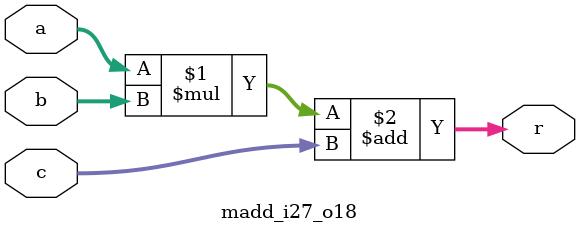
<source format=v>
module madd_i27_o18 (a, b, c, r);
input [8:0] a, b, c;
output [17:0] r;


assign r = (a * b) + c;

endmodule  

</source>
